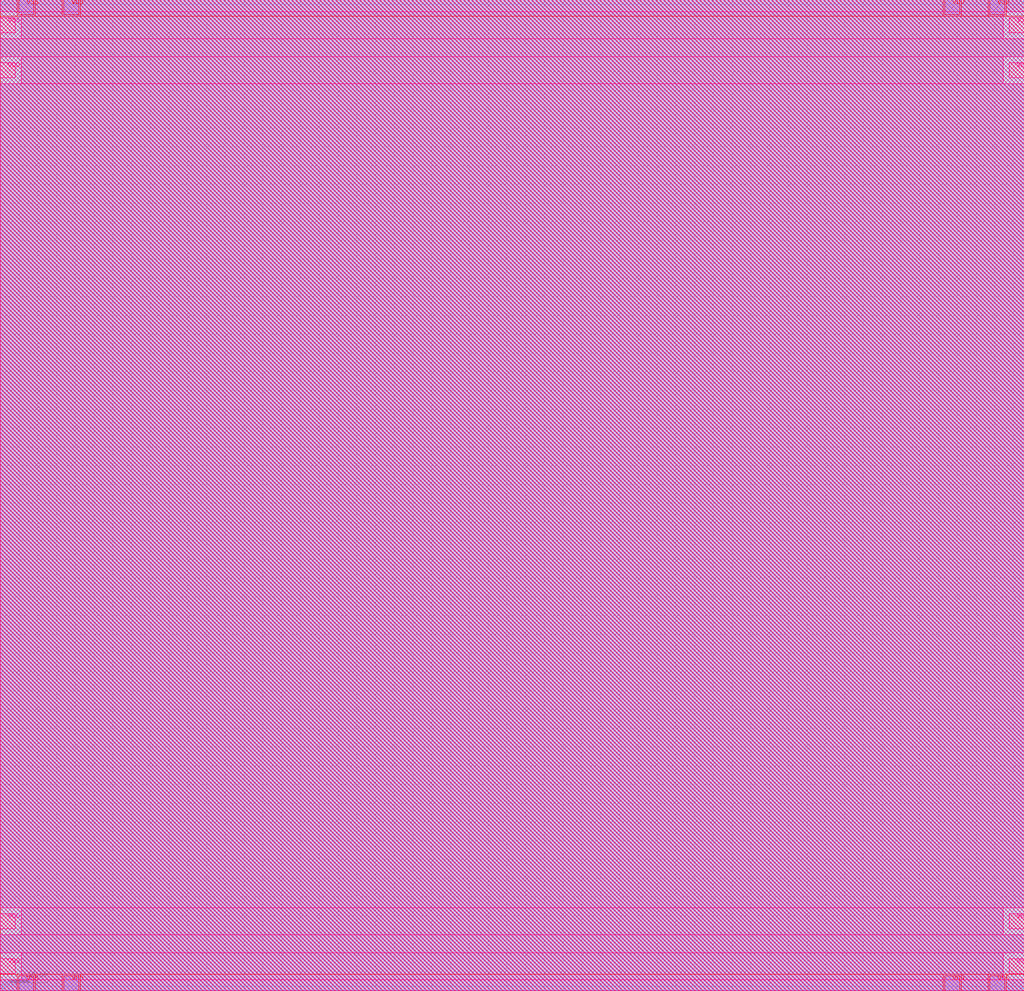
<source format=lef>
###############################################################
#  Generated by:      Cadence Innovus 20.13-s083_1
#  OS:                Linux x86_64(Host ID rice-503-20-north)
#  Generated on:      Thu May 26 02:31:42 2022
#  Design:            bgr_top
#  Command:           write_lef_abstract -5.8 -extractBlockObs /home/users/xingyuni/ee372/aloe-sky130/aloe/layout/output/lef/BGR_V1_1_4.lef
###############################################################

VERSION 5.8 ;

BUSBITCHARS "[]" ;
DIVIDERCHAR "/" ;

MACRO bgr_top
  CLASS BLOCK ;
  SIZE 272.780000 BY 264.180000 ;
  FOREIGN bgr_top 0.000000 0.000000 ;
  ORIGIN 0 0 ;
  SYMMETRY X Y R90 ;
  PIN porst
    DIRECTION INOUT ;
    USE SIGNAL ;
    PORT
      LAYER met3 ;
        RECT 0.000000 0.520000 0.800000 0.820000 ;
    END
  END porst
  PIN va
    DIRECTION INOUT ;
    USE SIGNAL ;
    PORT
      LAYER met3 ;
        RECT 0.000000 263.430000 0.800000 263.730000 ;
    END
  END va
  PIN vb
    DIRECTION INOUT ;
    USE SIGNAL ;
    PORT
      LAYER met3 ;
        RECT 271.980000 263.430000 272.780000 263.730000 ;
    END
  END vb
  PIN vbg
    DIRECTION INOUT ;
    USE SIGNAL ;
    PORT
      LAYER met3 ;
        RECT 271.980000 0.520000 272.780000 0.820000 ;
    END
  END vbg
  PIN VDD
    DIRECTION INOUT ;
    USE POWER ;
    PORT
      LAYER met5 ;
        RECT 0.000000 16.560000 4.000000 20.560000 ;
    END
    PORT
      LAYER met5 ;
        RECT 268.780000 16.560000 272.780000 20.560000 ;
    END
    PORT
      LAYER met5 ;
        RECT 0.000000 243.360000 4.000000 247.360000 ;
    END
    PORT
      LAYER met5 ;
        RECT 268.780000 243.360000 272.780000 247.360000 ;
    END
    PORT
      LAYER met4 ;
        RECT 16.980000 0.000000 20.980000 4.000000 ;
    END
    PORT
      LAYER met4 ;
        RECT 16.980000 260.180000 20.980000 264.180000 ;
    END
    PORT
      LAYER met4 ;
        RECT 251.600000 0.000000 255.600000 4.000000 ;
    END
    PORT
      LAYER met4 ;
        RECT 251.600000 260.180000 255.600000 264.180000 ;
    END
  END VDD
  PIN VSS
    DIRECTION INOUT ;
    USE GROUND ;
    PORT
      LAYER met5 ;
        RECT 0.000000 4.560000 4.000000 8.560000 ;
    END
    PORT
      LAYER met5 ;
        RECT 268.780000 4.560000 272.780000 8.560000 ;
    END
    PORT
      LAYER met5 ;
        RECT 0.000000 255.360000 4.000000 259.360000 ;
    END
    PORT
      LAYER met5 ;
        RECT 268.780000 255.360000 272.780000 259.360000 ;
    END
    PORT
      LAYER met4 ;
        RECT 4.980000 0.000000 8.980000 4.000000 ;
    END
    PORT
      LAYER met4 ;
        RECT 4.980000 260.180000 8.980000 264.180000 ;
    END
    PORT
      LAYER met4 ;
        RECT 263.600000 0.000000 267.600000 4.000000 ;
    END
    PORT
      LAYER met4 ;
        RECT 263.600000 260.180000 267.600000 264.180000 ;
    END
  END VSS
  OBS
    LAYER li1 ;
      RECT 0.000000 0.000000 272.780000 264.180000 ;
    LAYER met1 ;
      RECT 0.000000 0.000000 272.780000 264.180000 ;
    LAYER met2 ;
      RECT 0.000000 0.000000 272.780000 264.180000 ;
    LAYER met3 ;
      RECT 0.000000 264.130000 272.780000 264.180000 ;
      RECT 1.200000 263.030000 271.580000 264.130000 ;
      RECT 0.000000 1.220000 272.780000 263.030000 ;
      RECT 1.200000 0.120000 271.580000 1.220000 ;
      RECT 0.000000 0.000000 272.780000 0.120000 ;
    LAYER met4 ;
      RECT 268.000000 259.780000 272.780000 264.180000 ;
      RECT 256.000000 259.780000 263.200000 264.180000 ;
      RECT 21.380000 259.780000 251.200000 264.180000 ;
      RECT 9.380000 259.780000 16.580000 264.180000 ;
      RECT 0.000000 259.780000 4.580000 264.180000 ;
      RECT 0.000000 4.400000 272.780000 259.780000 ;
      RECT 268.000000 0.000000 272.780000 4.400000 ;
      RECT 256.000000 0.000000 263.200000 4.400000 ;
      RECT 21.380000 0.000000 251.200000 4.400000 ;
      RECT 9.380000 0.000000 16.580000 4.400000 ;
      RECT 0.000000 0.000000 4.580000 4.400000 ;
    LAYER met5 ;
      RECT 0.000000 260.960000 272.780000 264.180000 ;
      RECT 5.600000 253.760000 267.180000 260.960000 ;
      RECT 0.000000 248.960000 272.780000 253.760000 ;
      RECT 5.600000 241.760000 267.180000 248.960000 ;
      RECT 0.000000 22.160000 272.780000 241.760000 ;
      RECT 5.600000 14.960000 267.180000 22.160000 ;
      RECT 0.000000 10.160000 272.780000 14.960000 ;
      RECT 5.600000 2.960000 267.180000 10.160000 ;
      RECT 0.000000 0.000000 272.780000 2.960000 ;
  END
END bgr_top

END LIBRARY

</source>
